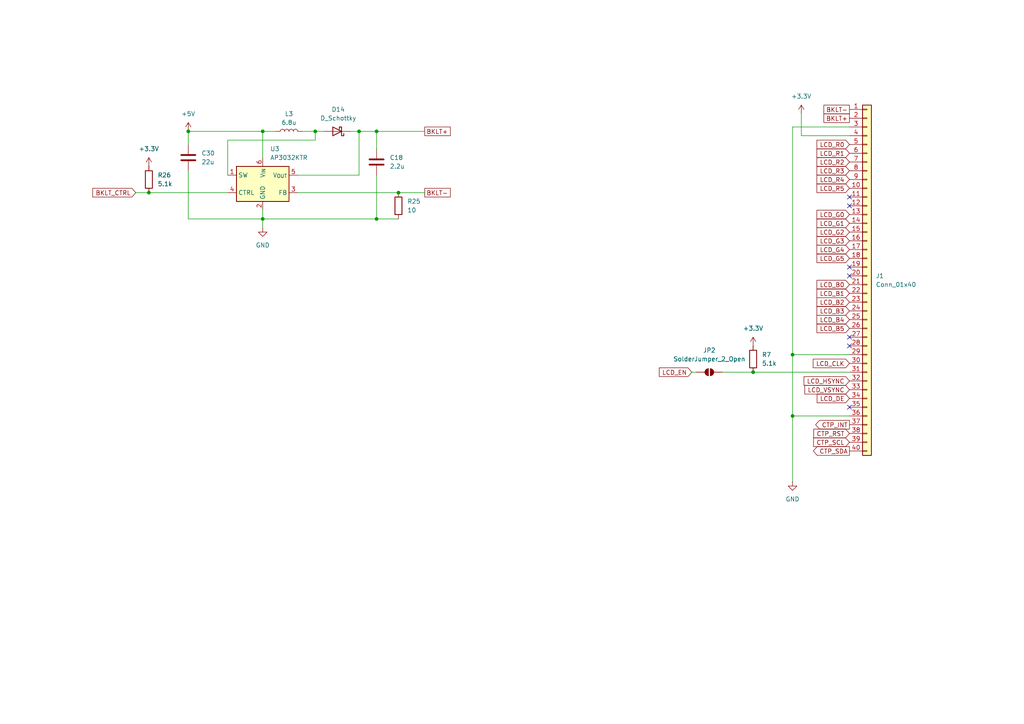
<source format=kicad_sch>
(kicad_sch (version 20250114) (generator "eeschema") (generator_version "9.0")
  (paper "A4")
  (lib_symbols
    (symbol "Connector_Generic:Conn_01x40" (pin_names (offset 1.016) (hide yes))
      (property "Reference" "J" (at 0 50.8 0))
      (property "Value" "Conn_01x40" (at 0 -53.34 0))
      (symbol "Conn_01x40_1_1"
        (rectangle (start -1.27 49.53) (end 1.27 -52.07) (stroke (width 0.254)) (fill (type background)))
        (rectangle (start -1.27 48.387) (end 0 48.133) (stroke (width 0.1524)))
        (rectangle (start -1.27 45.847) (end 0 45.593) (stroke (width 0.1524)))
        (rectangle (start -1.27 43.307) (end 0 43.053) (stroke (width 0.1524)))
        (rectangle (start -1.27 40.767) (end 0 40.513) (stroke (width 0.1524)))
        (rectangle (start -1.27 38.227) (end 0 37.973) (stroke (width 0.1524)))
        (rectangle (start -1.27 35.687) (end 0 35.433) (stroke (width 0.1524)))
        (rectangle (start -1.27 33.147) (end 0 32.893) (stroke (width 0.1524)))
        (rectangle (start -1.27 30.607) (end 0 30.353) (stroke (width 0.1524)))
        (rectangle (start -1.27 28.067) (end 0 27.813) (stroke (width 0.1524)))
        (rectangle (start -1.27 25.527) (end 0 25.273) (stroke (width 0.1524)))
        (rectangle (start -1.27 22.987) (end 0 22.733) (stroke (width 0.1524)))
        (rectangle (start -1.27 20.447) (end 0 20.193) (stroke (width 0.1524)))
        (rectangle (start -1.27 17.907) (end 0 17.653) (stroke (width 0.1524)))
        (rectangle (start -1.27 15.367) (end 0 15.113) (stroke (width 0.1524)))
        (rectangle (start -1.27 12.827) (end 0 12.573) (stroke (width 0.1524)))
        (rectangle (start -1.27 10.287) (end 0 10.033) (stroke (width 0.1524)))
        (rectangle (start -1.27 7.747) (end 0 7.493) (stroke (width 0.1524)))
        (rectangle (start -1.27 5.207) (end 0 4.953) (stroke (width 0.1524)))
        (rectangle (start -1.27 2.667) (end 0 2.413) (stroke (width 0.1524)))
        (rectangle (start -1.27 0.127) (end 0 -0.127) (stroke (width 0.1524)))
        (rectangle (start -1.27 -2.413) (end 0 -2.667) (stroke (width 0.1524)))
        (rectangle (start -1.27 -4.953) (end 0 -5.207) (stroke (width 0.1524)))
        (rectangle (start -1.27 -7.493) (end 0 -7.747) (stroke (width 0.1524)))
        (rectangle (start -1.27 -10.033) (end 0 -10.287) (stroke (width 0.1524)))
        (rectangle (start -1.27 -12.573) (end 0 -12.827) (stroke (width 0.1524)))
        (rectangle (start -1.27 -15.113) (end 0 -15.367) (stroke (width 0.1524)))
        (rectangle (start -1.27 -17.653) (end 0 -17.907) (stroke (width 0.1524)))
        (rectangle (start -1.27 -20.193) (end 0 -20.447) (stroke (width 0.1524)))
        (rectangle (start -1.27 -22.733) (end 0 -22.987) (stroke (width 0.1524)))
        (rectangle (start -1.27 -25.273) (end 0 -25.527) (stroke (width 0.1524)))
        (rectangle (start -1.27 -27.813) (end 0 -28.067) (stroke (width 0.1524)))
        (rectangle (start -1.27 -30.353) (end 0 -30.607) (stroke (width 0.1524)))
        (rectangle (start -1.27 -32.893) (end 0 -33.147) (stroke (width 0.1524)))
        (rectangle (start -1.27 -35.433) (end 0 -35.687) (stroke (width 0.1524)))
        (rectangle (start -1.27 -37.973) (end 0 -38.227) (stroke (width 0.1524)))
        (rectangle (start -1.27 -40.513) (end 0 -40.767) (stroke (width 0.1524)))
        (rectangle (start -1.27 -43.053) (end 0 -43.307) (stroke (width 0.1524)))
        (rectangle (start -1.27 -45.593) (end 0 -45.847) (stroke (width 0.1524)))
        (rectangle (start -1.27 -48.133) (end 0 -48.387) (stroke (width 0.1524)))
        (rectangle (start -1.27 -50.673) (end 0 -50.927) (stroke (width 0.1524)))
        (pin passive line (at -5.08 48.26 0) (length 3.81) (name "Pin_1") (number "1"))
        (pin passive line (at -5.08 45.72 0) (length 3.81) (name "Pin_2") (number "2"))
        (pin passive line (at -5.08 43.18 0) (length 3.81) (name "Pin_3") (number "3"))
        (pin passive line (at -5.08 40.64 0) (length 3.81) (name "Pin_4") (number "4"))
        (pin passive line (at -5.08 38.1 0) (length 3.81) (name "Pin_5") (number "5"))
        (pin passive line (at -5.08 35.56 0) (length 3.81) (name "Pin_6") (number "6"))
        (pin passive line (at -5.08 33.02 0) (length 3.81) (name "Pin_7") (number "7"))
        (pin passive line (at -5.08 30.48 0) (length 3.81) (name "Pin_8") (number "8"))
        (pin passive line (at -5.08 27.94 0) (length 3.81) (name "Pin_9") (number "9"))
        (pin passive line (at -5.08 25.4 0) (length 3.81) (name "Pin_10") (number "10"))
        (pin passive line (at -5.08 22.86 0) (length 3.81) (name "Pin_11") (number "11"))
        (pin passive line (at -5.08 20.32 0) (length 3.81) (name "Pin_12") (number "12"))
        (pin passive line (at -5.08 17.78 0) (length 3.81) (name "Pin_13") (number "13"))
        (pin passive line (at -5.08 15.24 0) (length 3.81) (name "Pin_14") (number "14"))
        (pin passive line (at -5.08 12.7 0) (length 3.81) (name "Pin_15") (number "15"))
        (pin passive line (at -5.08 10.16 0) (length 3.81) (name "Pin_16") (number "16"))
        (pin passive line (at -5.08 7.62 0) (length 3.81) (name "Pin_17") (number "17"))
        (pin passive line (at -5.08 5.08 0) (length 3.81) (name "Pin_18") (number "18"))
        (pin passive line (at -5.08 2.54 0) (length 3.81) (name "Pin_19") (number "19"))
        (pin passive line (at -5.08 0 0) (length 3.81) (name "Pin_20") (number "20"))
        (pin passive line (at -5.08 -2.54 0) (length 3.81) (name "Pin_21") (number "21"))
        (pin passive line (at -5.08 -5.08 0) (length 3.81) (name "Pin_22") (number "22"))
        (pin passive line (at -5.08 -7.62 0) (length 3.81) (name "Pin_23") (number "23"))
        (pin passive line (at -5.08 -10.16 0) (length 3.81) (name "Pin_24") (number "24"))
        (pin passive line (at -5.08 -12.7 0) (length 3.81) (name "Pin_25") (number "25"))
        (pin passive line (at -5.08 -15.24 0) (length 3.81) (name "Pin_26") (number "26"))
        (pin passive line (at -5.08 -17.78 0) (length 3.81) (name "Pin_27") (number "27"))
        (pin passive line (at -5.08 -20.32 0) (length 3.81) (name "Pin_28") (number "28"))
        (pin passive line (at -5.08 -22.86 0) (length 3.81) (name "Pin_29") (number "29"))
        (pin passive line (at -5.08 -25.4 0) (length 3.81) (name "Pin_30") (number "30"))
        (pin passive line (at -5.08 -27.94 0) (length 3.81) (name "Pin_31") (number "31"))
        (pin passive line (at -5.08 -30.48 0) (length 3.81) (name "Pin_32") (number "32"))
        (pin passive line (at -5.08 -33.02 0) (length 3.81) (name "Pin_33") (number "33"))
        (pin passive line (at -5.08 -35.56 0) (length 3.81) (name "Pin_34") (number "34"))
        (pin passive line (at -5.08 -38.1 0) (length 3.81) (name "Pin_35") (number "35"))
        (pin passive line (at -5.08 -40.64 0) (length 3.81) (name "Pin_36") (number "36"))
        (pin passive line (at -5.08 -43.18 0) (length 3.81) (name "Pin_37") (number "37"))
        (pin passive line (at -5.08 -45.72 0) (length 3.81) (name "Pin_38") (number "38"))
        (pin passive line (at -5.08 -48.26 0) (length 3.81) (name "Pin_39") (number "39"))
        (pin passive line (at -5.08 -50.8 0) (length 3.81) (name "Pin_40") (number "40"))
      )
    )
    (symbol "Device:C" (pin_numbers (hide yes)) (pin_names (offset 0.254))
      (property "Reference" "C" (at 0.635 2.54 0))
      (property "Value" "C" (at 0.635 -2.54 0))
      (symbol "C_0_1"
        (polyline (pts (xy -2.032 0.762) (xy 2.032 0.762)) (stroke (width 0.508)))
        (polyline (pts (xy -2.032 -0.762) (xy 2.032 -0.762)) (stroke (width 0.508)))
      )
      (symbol "C_1_1"
        (pin passive line (at 0 3.81 270) (length 2.794) (name "~") (number "1"))
        (pin passive line (at 0 -3.81 90) (length 2.794) (name "~") (number "2"))
      )
    )
    (symbol "Device:D_Schottky" (pin_numbers (hide yes)) (pin_names (offset 1.016) (hide yes))
      (property "Reference" "D" (at 0 2.54 0))
      (property "Value" "D_Schottky" (at 0 -2.54 0))
      (symbol "D_Schottky_0_1"
        (polyline (pts (xy -1.905 0.635) (xy -1.905 1.27) (xy -1.27 1.27) (xy -1.27 -1.27) (xy -0.635 -1.27) (xy -0.635 -0.635)) (stroke (width 0.254)))
        (polyline (pts (xy 1.27 1.27) (xy 1.27 -1.27) (xy -1.27 0) (xy 1.27 1.27)) (stroke (width 0.254)))
        (polyline (pts (xy 1.27 0) (xy -1.27 0)))
      )
      (symbol "D_Schottky_1_1"
        (pin passive line (at -3.81 0 0) (length 2.54) (name "K") (number "1"))
        (pin passive line (at 3.81 0 180) (length 2.54) (name "A") (number "2"))
      )
    )
    (symbol "Device:L" (pin_numbers (hide yes)) (pin_names (offset 1.016) (hide yes))
      (property "Reference" "L" (at -1.27 0 90))
      (property "Value" "L" (at 1.905 0 90))
      (symbol "L_0_1"
        (arc (start 0 2.54) (mid 0.6323 1.905) (end 0 1.27))
        (arc (start 0 1.27) (mid 0.6323 0.635) (end 0 0))
        (arc (start 0 0) (mid 0.6323 -0.635) (end 0 -1.27))
        (arc (start 0 -1.27) (mid 0.6323 -1.905) (end 0 -2.54))
      )
      (symbol "L_1_1"
        (pin passive line (at 0 3.81 270) (length 1.27) (name "1") (number "1"))
        (pin passive line (at 0 -3.81 90) (length 1.27) (name "2") (number "2"))
      )
    )
    (symbol "Device:R" (pin_numbers (hide yes)) (pin_names (offset 0))
      (property "Reference" "R" (at 2.032 0 90))
      (property "Value" "R" (at 0 0 90))
      (symbol "R_0_1"
        (rectangle (start -1.016 -2.54) (end 1.016 2.54) (stroke (width 0.254)))
      )
      (symbol "R_1_1"
        (pin passive line (at 0 3.81 270) (length 1.27) (name "~") (number "1"))
        (pin passive line (at 0 -3.81 90) (length 1.27) (name "~") (number "2"))
      )
    )
    (symbol "Driver_LED:AP3019AKTR"
      (property "Reference" "U" (at -7.62 6.35 0))
      (property "Value" "AP3019AKTR" (at 1.27 6.35 0))
      (symbol "AP3019AKTR_0_1"
        (rectangle (start -7.62 5.08) (end 7.62 -5.08) (stroke (width 0.254)) (fill (type background)))
      )
      (symbol "AP3019AKTR_1_1"
        (pin input line (at -10.16 2.54 0) (length 2.54) (name "SW") (number "1"))
        (pin input line (at -10.16 -2.54 0) (length 2.54) (name "CTRL") (number "4"))
        (pin power_in line (at 0 7.62 270) (length 2.54) (name "V_{IN}") (number "6"))
        (pin power_in line (at 0 -7.62 90) (length 2.54) (name "GND") (number "2"))
        (pin power_out line (at 10.16 2.54 180) (length 2.54) (name "V_{OUT}") (number "5"))
        (pin input line (at 10.16 -2.54 180) (length 2.54) (name "FB") (number "3"))
      )
    )
    (symbol "Jumper:SolderJumper_2_Open" (pin_numbers (hide yes)) (pin_names (offset 0) (hide yes)) (in_bom no)
      (property "Reference" "JP" (at 0 2.032 0))
      (property "Value" "SolderJumper_2_Open" (at 0 -2.54 0))
      (symbol "SolderJumper_2_Open_0_1"
        (polyline (pts (xy -0.254 1.016) (xy -0.254 -1.016)))
        (arc (start -0.254 -1.016) (mid -1.2656 0) (end -0.254 1.016))
        (arc (start -0.254 -1.016) (mid -1.2656 0) (end -0.254 1.016) (fill (type outline)))
        (arc (start 0.254 1.016) (mid 1.2656 0) (end 0.254 -1.016))
        (arc (start 0.254 1.016) (mid 1.2656 0) (end 0.254 -1.016) (fill (type outline)))
        (polyline (pts (xy 0.254 1.016) (xy 0.254 -1.016)))
      )
      (symbol "SolderJumper_2_Open_1_1"
        (pin passive line (at -3.81 0 0) (length 2.54) (name "A") (number "1"))
        (pin passive line (at 3.81 0 180) (length 2.54) (name "B") (number "2"))
      )
    )
    (symbol "power:+3.3V" (power) (pin_numbers (hide yes)) (pin_names (offset 0) (hide yes))
      (property "Value" "+3.3V" (at 0 3.556 0))
      (symbol "+3.3V_0_1"
        (polyline (pts (xy -0.762 1.27) (xy 0 2.54)))
        (polyline (pts (xy 0 2.54) (xy 0.762 1.27)))
        (polyline (pts (xy 0 0) (xy 0 2.54)))
      )
      (symbol "+3.3V_1_1"
        (pin power_in line (at 0 0 90) (length 0) (name "~") (number "1"))
      )
    )
    (symbol "power:GND" (power) (pin_numbers (hide yes)) (pin_names (offset 0) (hide yes))
      (property "Value" "GND" (at 0 -3.81 0))
      (symbol "GND_0_1"
        (polyline (pts (xy 0 0) (xy 0 -1.27) (xy 1.27 -1.27) (xy 0 -2.54) (xy -1.27 -1.27) (xy 0 -1.27)))
      )
      (symbol "GND_1_1"
        (pin power_in line (at 0 0 270) (length 0) (name "~") (number "1"))
      )
    )
  )
  (junction (at 54.61 38.1))
  (junction (at 229.87 102.87))
  (junction (at 104.14 38.1))
  (junction (at 76.2 63.5))
  (junction (at 43.18 55.88))
  (junction (at 109.22 38.1))
  (junction (at 218.44 107.95))
  (junction (at 115.57 55.88))
  (junction (at 76.2 38.1))
  (junction (at 109.22 63.5))
  (junction (at 229.87 120.65))
  (junction (at 91.44 38.1))
  (no_connect (at 246.38 97.79))
  (no_connect (at 246.38 77.47))
  (no_connect (at 246.38 80.01))
  (no_connect (at 246.38 57.15))
  (no_connect (at 246.38 100.33))
  (no_connect (at 246.38 118.11))
  (no_connect (at 246.38 59.69))
  (wire (pts (xy 104.14 38.1) (xy 109.22 38.1)))
  (wire (pts (xy 54.61 38.1) (xy 76.2 38.1)))
  (wire (pts (xy 66.04 40.64) (xy 91.44 40.64)))
  (wire (pts (xy 109.22 38.1) (xy 109.22 43.18)))
  (wire (pts (xy 39.37 55.88) (xy 43.18 55.88)))
  (wire (pts (xy 229.87 139.7) (xy 229.87 120.65)))
  (wire (pts (xy 76.2 63.5) (xy 109.22 63.5)))
  (wire (pts (xy 76.2 45.72) (xy 76.2 38.1)))
  (wire (pts (xy 109.22 50.8) (xy 109.22 63.5)))
  (wire (pts (xy 229.87 36.83) (xy 246.38 36.83)))
  (wire (pts (xy 232.41 39.37) (xy 246.38 39.37)))
  (wire (pts (xy 229.87 102.87) (xy 229.87 36.83)))
  (wire (pts (xy 232.41 33.02) (xy 232.41 39.37)))
  (wire (pts (xy 66.04 50.8) (xy 66.04 40.64)))
  (wire (pts (xy 115.57 55.88) (xy 123.19 55.88)))
  (wire (pts (xy 101.6 38.1) (xy 104.14 38.1)))
  (wire (pts (xy 200.66 107.95) (xy 201.93 107.95)))
  (wire (pts (xy 43.18 55.88) (xy 66.04 55.88)))
  (wire (pts (xy 109.22 38.1) (xy 123.19 38.1)))
  (wire (pts (xy 54.61 49.53) (xy 54.61 63.5)))
  (wire (pts (xy 54.61 63.5) (xy 76.2 63.5)))
  (wire (pts (xy 91.44 40.64) (xy 91.44 38.1)))
  (wire (pts (xy 86.36 55.88) (xy 115.57 55.88)))
  (wire (pts (xy 93.98 38.1) (xy 91.44 38.1)))
  (wire (pts (xy 86.36 50.8) (xy 104.14 50.8)))
  (wire (pts (xy 109.22 63.5) (xy 115.57 63.5)))
  (wire (pts (xy 76.2 63.5) (xy 76.2 66.04)))
  (wire (pts (xy 54.61 41.91) (xy 54.61 38.1)))
  (wire (pts (xy 229.87 120.65) (xy 246.38 120.65)))
  (wire (pts (xy 218.44 107.95) (xy 246.38 107.95)))
  (wire (pts (xy 209.55 107.95) (xy 218.44 107.95)))
  (wire (pts (xy 76.2 38.1) (xy 80.01 38.1)))
  (wire (pts (xy 229.87 102.87) (xy 246.38 102.87)))
  (wire (pts (xy 229.87 120.65) (xy 229.87 102.87)))
  (wire (pts (xy 76.2 60.96) (xy 76.2 63.5)))
  (wire (pts (xy 104.14 38.1) (xy 104.14 50.8)))
  (wire (pts (xy 87.63 38.1) (xy 91.44 38.1)))
  (global_label "LCD_B2" (shape input) (at 246.38 87.63 180) (property "Intersheetrefs" "${INTERSHEET_REFS}" (effects (hide yes))))
  (global_label "LCD_B0" (shape input) (at 246.38 82.55 180) (property "Intersheetrefs" "${INTERSHEET_REFS}" (effects (hide yes))))
  (global_label "LCD_R4" (shape input) (at 246.38 52.07 180) (property "Intersheetrefs" "${INTERSHEET_REFS}" (effects (hide yes))))
  (global_label "LCD_R5" (shape input) (at 246.38 54.61 180) (property "Intersheetrefs" "${INTERSHEET_REFS}" (effects (hide yes))))
  (global_label "LCD_G1" (shape input) (at 246.38 64.77 180) (property "Intersheetrefs" "${INTERSHEET_REFS}" (effects (hide yes))))
  (global_label "LCD_VSYNC" (shape input) (at 246.38 113.03 180) (property "Intersheetrefs" "${INTERSHEET_REFS}" (effects (hide yes))))
  (global_label "LCD_G0" (shape input) (at 246.38 62.23 180) (property "Intersheetrefs" "${INTERSHEET_REFS}" (effects (hide yes))))
  (global_label "LCD_G5" (shape input) (at 246.38 74.93 180) (property "Intersheetrefs" "${INTERSHEET_REFS}" (effects (hide yes))))
  (global_label "LCD_B1" (shape input) (at 246.38 85.09 180) (property "Intersheetrefs" "${INTERSHEET_REFS}" (effects (hide yes))))
  (global_label "BKLT+" (shape passive) (at 246.38 34.29 180) (property "Intersheetrefs" "${INTERSHEET_REFS}" (effects (hide yes))))
  (global_label "BKLT+" (shape passive) (at 123.19 38.1 0) (property "Intersheetrefs" "${INTERSHEET_REFS}" (effects (hide yes))))
  (global_label "LCD_G3" (shape input) (at 246.38 69.85 180) (property "Intersheetrefs" "${INTERSHEET_REFS}" (effects (hide yes))))
  (global_label "LCD_G4" (shape input) (at 246.38 72.39 180) (property "Intersheetrefs" "${INTERSHEET_REFS}" (effects (hide yes))))
  (global_label "LCD_R3" (shape input) (at 246.38 49.53 180) (property "Intersheetrefs" "${INTERSHEET_REFS}" (effects (hide yes))))
  (global_label "CTP_SDA" (shape output) (at 246.38 130.81 180) (property "Intersheetrefs" "${INTERSHEET_REFS}" (effects (hide yes))))
  (global_label "LCD_R1" (shape input) (at 246.38 44.45 180) (property "Intersheetrefs" "${INTERSHEET_REFS}" (effects (hide yes))))
  (global_label "LCD_B4" (shape input) (at 246.38 92.71 180) (property "Intersheetrefs" "${INTERSHEET_REFS}" (effects (hide yes))))
  (global_label "LCD_R2" (shape input) (at 246.38 46.99 180) (property "Intersheetrefs" "${INTERSHEET_REFS}" (effects (hide yes))))
  (global_label "CTP_RST" (shape input) (at 246.38 125.73 180) (property "Intersheetrefs" "${INTERSHEET_REFS}" (effects (hide yes))))
  (global_label "LCD_G2" (shape input) (at 246.38 67.31 180) (property "Intersheetrefs" "${INTERSHEET_REFS}" (effects (hide yes))))
  (global_label "CTP_SCL" (shape input) (at 246.38 128.27 180) (property "Intersheetrefs" "${INTERSHEET_REFS}" (effects (hide yes))))
  (global_label "LCD_DE" (shape input) (at 246.38 115.57 180) (property "Intersheetrefs" "${INTERSHEET_REFS}" (effects (hide yes))))
  (global_label "LCD_R0" (shape input) (at 246.38 41.91 180) (property "Intersheetrefs" "${INTERSHEET_REFS}" (effects (hide yes))))
  (global_label "LCD_B5" (shape input) (at 246.38 95.25 180) (property "Intersheetrefs" "${INTERSHEET_REFS}" (effects (hide yes))))
  (global_label "BKLT-" (shape passive) (at 123.19 55.88 0) (property "Intersheetrefs" "${INTERSHEET_REFS}" (effects (hide yes))))
  (global_label "LCD_HSYNC" (shape input) (at 246.38 110.49 180) (property "Intersheetrefs" "${INTERSHEET_REFS}" (effects (hide yes))))
  (global_label "BKLT-" (shape passive) (at 246.38 31.75 180) (property "Intersheetrefs" "${INTERSHEET_REFS}" (effects (hide yes))))
  (global_label "LCD_EN" (shape input) (at 200.66 107.95 180) (property "Intersheetrefs" "${INTERSHEET_REFS}" (effects (hide yes))))
  (global_label "LCD_B3" (shape input) (at 246.38 90.17 180) (property "Intersheetrefs" "${INTERSHEET_REFS}" (effects (hide yes))))
  (global_label "BKLT_CTRL" (shape input) (at 39.37 55.88 180) (property "Intersheetrefs" "${INTERSHEET_REFS}" (effects (hide yes))))
  (global_label "CTP_INT" (shape output) (at 246.38 123.19 180) (property "Intersheetrefs" "${INTERSHEET_REFS}" (effects (hide yes))))
  (global_label "LCD_CLK" (shape input) (at 246.38 105.41 180) (property "Intersheetrefs" "${INTERSHEET_REFS}" (effects (hide yes))))
  (symbol (lib_id "Device:C") (at 54.61 45.72 0) (unit 1)
    (property "Reference" "C30" (at 58.42 44.4499 0) (effects (justify left)))
    (property "Value" "22u" (at 58.42 46.9899 0) (effects (justify left)))
    (property "Footprint" "Capacitor_SMD:C_1206_3216Metric_Pad1.33x1.80mm_HandSolder" (effects (hide yes)))
    (property "Description" "Unpolarized capacitor" (effects (hide yes)))
  )
  (symbol (lib_id "Driver_LED:AP3019AKTR") (at 76.2 53.34 0) (unit 1)
    (property "Reference" "U3" (at 78.3433 43.18 0) (effects (justify left)))
    (property "Value" "AP3032KTR" (at 78.3433 45.72 0) (effects (justify left)))
    (property "Footprint" "Package_TO_SOT_SMD:SOT-23-6" (effects (hide yes)))
    (property "Datasheet" "https://www.diodes.com/assets/Datasheets/AP3019A.pdf" (effects (hide yes)))
    (property "Description" "1.2MHz White LED Boost Drivers with Built-in Schottky, 2.5..16Vin, <30Vout, SOT-23-6" (effects (hide yes)))
  )
  (symbol (lib_id "power:GND") (at 229.87 139.7 0) (unit 1)
    (property "Reference" "#PWR02" (effects (hide yes)))
    (property "Value" "GND" (at 229.87 144.78 0))
    (property "Description" "Power symbol creates a global label with name \"GND\" , ground" (effects (hide yes)))
  )
  (symbol (lib_id "Device:R") (at 218.44 104.14 180) (unit 1)
    (property "Reference" "R7" (at 220.98 102.8699 0) (effects (justify right)))
    (property "Value" "5.1k" (at 220.98 105.4099 0) (effects (justify right)))
    (property "Footprint" "Resistor_SMD:R_0603_1608Metric_Pad0.98x0.95mm_HandSolder" (effects (hide yes)))
    (property "Description" "Resistor" (effects (hide yes)))
  )
  (symbol (lib_id "Device:R") (at 115.57 59.69 0) (unit 1)
    (property "Reference" "R25" (at 118.11 58.4199 0) (effects (justify left)))
    (property "Value" "10" (at 118.11 60.9599 0) (effects (justify left)))
    (property "Footprint" "Resistor_SMD:R_0603_1608Metric_Pad0.98x0.95mm_HandSolder" (effects (hide yes)))
    (property "Description" "Resistor" (effects (hide yes)))
  )
  (symbol (lib_id "power:+3.3V") (at 54.61 38.1 0) (unit 1)
    (property "Reference" "#PWR022" (effects (hide yes)))
    (property "Value" "+5V" (at 54.61 33.02 0))
    (property "Description" "Power symbol creates a global label with name \"+3.3V\"" (effects (hide yes)))
  )
  (symbol (lib_id "Connector_Generic:Conn_01x40") (at 251.46 80.01 0) (unit 1)
    (property "Reference" "J1" (at 254 80.0099 0) (effects (justify left)))
    (property "Value" "Conn_01x40" (at 254 82.5499 0) (effects (justify left)))
    (property "Footprint" "Connector_FFC-FPC:TE_3-1734839-9_1x39-1MP_P0.5mm_Horizontal" (effects (hide yes)))
    (property "Description" "Generic connector, single row, 01x40, script generated (kicad-library-utils/schlib/autogen/connector/)" (effects (hide yes)))
  )
  (symbol (lib_id "Device:D_Schottky") (at 97.79 38.1 180) (unit 1)
    (property "Reference" "D14" (at 98.1075 31.75 0))
    (property "Value" "D_Schottky" (at 98.1075 34.29 0))
    (property "Footprint" "Diode_SMD:D_SOD-123F" (effects (hide yes)))
    (property "Description" "Schottky diode" (effects (hide yes)))
  )
  (symbol (lib_id "power:+3.3V") (at 218.44 100.33 0) (unit 1)
    (property "Reference" "#PWR014" (effects (hide yes)))
    (property "Value" "+3.3V" (at 218.44 95.25 0))
    (property "Description" "Power symbol creates a global label with name \"+3.3V\"" (effects (hide yes)))
  )
  (symbol (lib_id "power:+3.3V") (at 232.41 33.02 0) (unit 1)
    (property "Reference" "#PWR03" (effects (hide yes)))
    (property "Value" "+3.3V" (at 232.41 27.94 0))
    (property "Description" "Power symbol creates a global label with name \"+3.3V\"" (effects (hide yes)))
  )
  (symbol (lib_id "Device:C") (at 109.22 46.99 0) (unit 1)
    (property "Reference" "C18" (at 113.03 45.7199 0) (effects (justify left)))
    (property "Value" "2.2u" (at 113.03 48.2599 0) (effects (justify left)))
    (property "Footprint" "Capacitor_SMD:C_0603_1608Metric_Pad1.08x0.95mm_HandSolder" (effects (hide yes)))
    (property "Description" "Unpolarized capacitor" (effects (hide yes)))
  )
  (symbol (lib_id "Device:L") (at 83.82 38.1 90) (unit 1)
    (property "Reference" "L3" (at 83.82 33.02 90))
    (property "Value" "6.8u" (at 83.82 35.56 90))
    (property "Footprint" "Inductor_SMD:L_Bourns-SRN4018" (effects (hide yes)))
    (property "Description" "Inductor" (effects (hide yes)))
  )
  (symbol (lib_id "Device:R") (at 43.18 52.07 0) (unit 1)
    (property "Reference" "R26" (at 45.72 50.7999 0) (effects (justify left)))
    (property "Value" "5.1k" (at 45.72 53.3399 0) (effects (justify left)))
    (property "Footprint" "Resistor_SMD:R_0603_1608Metric_Pad0.98x0.95mm_HandSolder" (effects (hide yes)))
    (property "Description" "Resistor" (effects (hide yes)))
  )
  (symbol (lib_id "power:+3.3V") (at 43.18 48.26 0) (unit 1)
    (property "Reference" "#PWR023" (effects (hide yes)))
    (property "Value" "+3.3V" (at 43.18 43.18 0))
    (property "Description" "Power symbol creates a global label with name \"+3.3V\"" (effects (hide yes)))
  )
  (symbol (lib_id "power:GND") (at 76.2 66.04 0) (unit 1)
    (property "Reference" "#PWR021" (effects (hide yes)))
    (property "Value" "GND" (at 76.2 71.12 0))
    (property "Description" "Power symbol creates a global label with name \"GND\" , ground" (effects (hide yes)))
  )
  (symbol (lib_id "Jumper:SolderJumper_2_Open") (at 205.74 107.95 0) (unit 1) (in_bom no)
    (property "Reference" "JP2" (at 205.74 101.6 0))
    (property "Value" "SolderJumper_2_Open" (at 205.74 104.14 0))
    (property "Footprint" "Jumper:SolderJumper-2_P1.3mm_Open_RoundedPad1.0x1.5mm" (effects (hide yes)))
    (property "Description" "Solder Jumper, 2-pole, open" (effects (hide yes)))
  )
)
</source>
